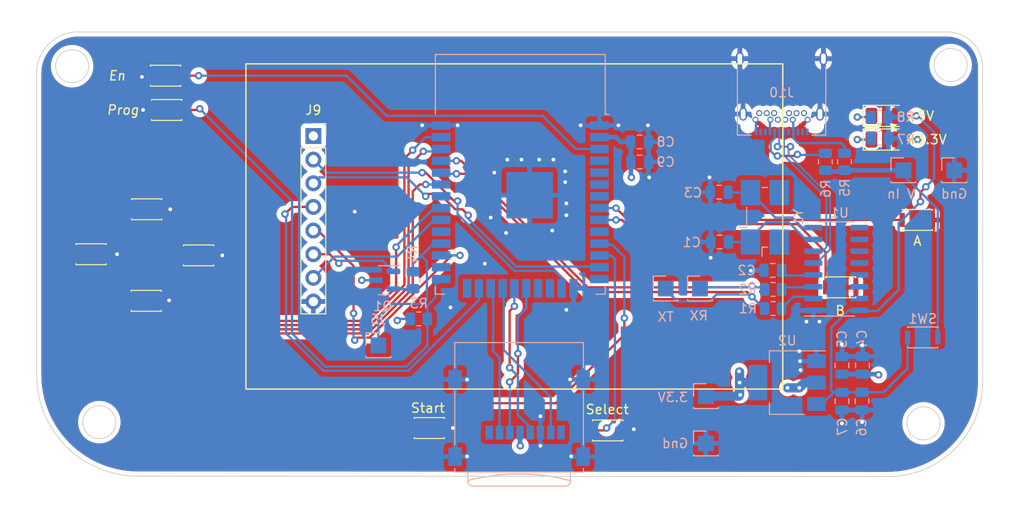
<source format=kicad_pcb>
(kicad_pcb (version 20211014) (generator pcbnew)
  (layers (0 "F.Cu" signal) (1 "In1.Cu" power "gnd") (2 "In2.Cu" power "3.3v") (31 "B.Cu" signal) (34 "B.Paste" user) (35 "F.Paste" user) (36 "B.SilkS" user "B.Silkscreen") (37 "F.SilkS" user "F.Silkscreen") (38 "B.Mask" user) (39 "F.Mask" user) (44 "Edge.Cuts" user))
  (net 0 "")
  (net 1 "Net-(C1-Pad1)")
  (net 2 "GND")
  (net 3 "Net-(C2-Pad1)")
  (net 4 "Net-(C3-Pad1)")
  (net 5 "+3V3")
  (net 6 "V_IN")
  (net 7 "USB_TX")
  (net 8 "USB_RX")
  (net 9 "DISP_BACKLIGHT")
  (net 11 "SD_MISO")
  (net 12 "SD_CLK")
  (net 13 "SD_CMD")
  (net 14 "SD_CS")
  (net 16 "DISP_MOSI")
  (net 17 "DISP_CLK")
  (net 18 "DISP_CS")
  (net 19 "DISP_RST")
  (net 20 "Net-(J9-Pad6)")
  (net 21 "DISP_CMD_DATA")
  (net 24 "Net-(J10-PadA4)")
  (net 25 "Net-(J10-PadA5)")
  (net 26 "USB+")
  (net 27 "USB-")
  (net 39 "Net-(Q1-Pad2)")
  (net 40 "Net-(R1-Pad1)")
  (net 41 "Net-(R2-Pad1)")
  (net 42 "ESP_PROG")
  (net 43 "SELECT_BUTTON")
  (net 44 "UP_BUTTON")
  (net 45 "B_BUTTON")
  (net 46 "LEFT_BUTTON")
  (net 47 "DOWN_BUTTON")
  (net 48 "RIGHT_BUTTON")
  (net 49 "START_BUTTON")
  (net 50 "ESP_EN")
  (net 51 "A_BUTTON")
  (net 59 "+5V")
  (net 64 "AUDIO_OUT")
  (net 72 "Net-(D1-Pad1)")
  (net 73 "Net-(D2-Pad1)")
  (footprint "Button_Switch_SMD:SW_SPST_CK_KXT3" (layer "F.Cu") (at 60.96 93.472 180)
    (fp_text reference "SW4" hide)
    (fp_text value "SW_Push")
  )
  (footprint "Button_Switch_SMD:SW_SPST_CK_KXT3" (layer "F.Cu") (at 141.579 105.283)
    (fp_text reference "SW11" hide)
    (fp_text value "SW_Push")
  )
  (footprint "Button_Switch_SMD:SW_SPST_CK_KXT3" (layer "F.Cu") (at 133.35 112.522)
    (fp_text reference "SW5" hide)
    (fp_text value "SW_Push")
  )
  (footprint "Button_Switch_SMD:SW_SPST_CK_KXT3" (layer "F.Cu") (at 64.389 109.093)
    (fp_text reference "SW8" hide)
    (fp_text value "SW_Push")
  )
  (footprint "Button_Switch_SMD:SW_SPST_CK_KXT3" (layer "F.Cu") (at 89.154 127.635)
    (fp_text reference "SW9" hide)
    (fp_text value "SW_Push")
  )
  (footprint "Button_Switch_SMD:SW_SPST_CK_KXT3" (layer "F.Cu") (at 108.331 127.889)
    (fp_text reference "SW2" hide)
    (fp_text value "SW_Push")
  )
  (footprint "Button_Switch_SMD:SW_SPST_CK_KXT3" (layer "F.Cu") (at 52.832 108.966)
    (fp_text reference "SW6" hide)
    (fp_text value "SW_Push")
  )
  (footprint "Button_Switch_SMD:SW_SPST_CK_KXT3" (layer "F.Cu") (at 58.754 113.97)
    (fp_text reference "SW7" hide)
    (fp_text value "SW_Push")
  )
  (footprint "LED_SMD:LED_1206_3216Metric" (layer "F.Cu") (at 138.046 94.107)
    (fp_text reference "D2" hide)
    (fp_text value "LED")
  )
  (footprint "Button_Switch_SMD:SW_SPST_CK_KXT3" (layer "F.Cu") (at 60.833 89.789 180)
    (fp_text reference "SW10" hide)
    (fp_text value "SW_Push")
  )
  (footprint "LED_SMD:LED_1206_3216Metric" (layer "F.Cu") (at 138.049 96.647)
    (fp_text reference "D1" hide)
    (fp_text value "LED")
  )
  (footprint "Connector_PinSocket_2.54mm:PinSocket_1x08_P2.54mm_Vertical" (layer "F.Cu") (at 76.708 96.266)
    (fp_text reference "J9")
    (fp_text value "Conn_01x08_Male")
  )
  (footprint "Button_Switch_SMD:SW_SPST_CK_KXT3" (layer "F.Cu") (at 58.804 104.14)
    (fp_text reference "SW3" hide)
    (fp_text value "SW_Push")
  )
  (footprint "Resistor_SMD:R_0805_2012Metric" (layer "B.Cu") (at 137.5175 94.234)
    (fp_text reference "R8")
    (fp_text value "R")
  )
  (footprint "Resistor_SMD:R_0805_2012Metric" (layer "B.Cu") (at 88.0385 115.911 180)
    (fp_text reference "R3")
    (fp_text value "R")
  )
  (footprint "Connector_PinSocket_2.54mm:PinSocket_1x01_P2.54mm_Vertical" (layer "B.Cu") (at 114.554 112.649 180)
    (fp_text reference "J3" hide)
    (fp_text value "TX_TP")
  )
  (footprint "Connector_PinSocket_2.54mm:PinSocket_1x01_P2.54mm_Vertical" (layer "B.Cu") (at 118.237 112.649 180)
    (fp_text reference "J4" hide)
    (fp_text value "RX_TP")
  )
  (footprint "Package_TO_SOT_SMD:SOT-223-3_TabPin2" (layer "B.Cu") (at 127.6 122.75 180)
    (fp_text reference "U2")
    (fp_text value "AMS1117-3.3")
  )
  (footprint "Resistor_SMD:R_0805_2012Metric" (layer "B.Cu") (at 131.699 99.0365 -90)
    (fp_text reference "R6")
    (fp_text value "0r")
  )
  (footprint "RF_Module:ESP32-WROOM-32" (layer "B.Cu") (at 98.933 103.378 180)
    (fp_text reference "U3" hide)
    (fp_text value "ESP32-WROOM-32")
  )
  (footprint "Capacitor_SMD:C_0805_2012Metric" (layer "B.Cu") (at 111.76 99.06)
    (fp_text reference "C9")
    (fp_text value "22pF")
  )
  (footprint "Crystal:Crystal_SMD_0603-4Pin_6.0x3.5mm_HandSoldering" (layer "B.Cu") (at 125.2 105 90)
    (fp_text reference "Y1")
    (fp_text value "12MHz")
  )
  (footprint "Capacitor_SMD:C_0805_2012Metric" (layer "B.Cu") (at 133.485714 120.9 90)
    (fp_text reference "C5")
    (fp_text value "22pF")
  )
  (footprint "Capacitor_SMD:C_0805_2012Metric" (layer "B.Cu") (at 133.485714 124.75 -90)
    (fp_text reference "C7")
    (fp_text value "22pF")
  )
  (footprint "Connector_PinSocket_2.54mm:PinSocket_1x01_P2.54mm_Vertical" (layer "B.Cu") (at 145.542 99.949 180)
    (fp_text reference "J7" hide)
    (fp_text value "GND_B_TP")
  )
  (footprint "Connector_Card:microSD_HC_Wuerth_693072010801" (layer "B.Cu") (at 98.806 126.5615)
    (fp_text reference "J8" hide)
    (fp_text value "Micro_SD_Card")
  )
  (footprint "Capacitor_SMD:C_0805_2012Metric" (layer "B.Cu") (at 111.755 96.901)
    (fp_text reference "C8")
    (fp_text value "22pF")
  )
  (footprint "Resistor_SMD:R_0805_2012Metric" (layer "B.Cu") (at 126.085714 112.75 180)
    (fp_text reference "R2")
    (fp_text value "0r")
  )
  (footprint "Resistor_SMD:R_0805_2012Metric" (layer "B.Cu") (at 133.749 99.024 -90)
    (fp_text reference "R5")
    (fp_text value "0r")
  )
  (footprint "Connector_PinSocket_2.54mm:PinSocket_1x01_P2.54mm_Vertical" (layer "B.Cu") (at 83.693 118.745 180)
    (fp_text reference "J5")
    (fp_text value "DISP_BL_TP")
  )
  (footprint "Resistor_SMD:R_0805_2012Metric" (layer "B.Cu") (at 126.085714 114.8 180)
    (fp_text reference "R1")
    (fp_text value "0r")
  )
  (footprint "Package_TO_SOT_SMD:SOT-23" (layer "B.Cu") (at 84.3635 111.761 180)
    (fp_text reference "Q1")
    (fp_text value "2N3904")
  )
  (footprint "Package_SO:SOIC-16_3.9x9.9mm_P1.27mm" (layer "B.Cu") (at 132.885714 110.55)
    (fp_text reference "U1")
    (fp_text value "CH340G")
  )
  (footprint "Connector_PinSocket_2.54mm:PinSocket_1x01_P2.54mm_Vertical" (layer "B.Cu") (at 140.081 99.949 180)
    (fp_text reference "J1" hide)
    (fp_text value "V_IN_TP")
  )
  (footprint "Button_Switch_SMD:SW_SPST_CK_KXT3" (layer "B.Cu") (at 142.15 117.9 180)
    (fp_text reference "SW1")
    (fp_text value "SW_SPST")
  )
  (footprint "Capacitor_SMD:C_0805_2012Metric" (layer "B.Cu") (at 120.35 107.65 180)
    (fp_text reference "C1")
    (fp_text value "22pF")
  )
  (footprint "Connector_PinSocket_2.54mm:PinSocket_1x01_P2.54mm_Vertical" (layer "B.Cu") (at 118.872 129.286 180)
    (fp_text reference "J6" hide)
    (fp_text value "GND_A_TP")
  )
  (footprint "Capacitor_SMD:C_0805_2012Metric" (layer "B.Cu") (at 120.3 102.3 180)
    (fp_text reference "C3")
    (fp_text value "22pF")
  )
  (footprint "Connector_USB:USB_C_Receptacle_Amphenol_12401548E4-2A" (layer "B.Cu") (at 127 90.805)
    (fp_text reference "J10")
    (fp_text value "USB_C_Receptacle")
  )
  (footprint "Capacitor_SMD:C_0805_2012Metric" (layer "B.Cu") (at 135.635714 124.735714 -90)
    (fp_text reference "C6")
    (fp_text value "22pF")
  )
  (footprint "Connector_PinSocket_2.54mm:PinSocket_1x01_P2.54mm_Vertical" (layer "B.Cu") (at 118.872 124.206 180)
    (fp_text reference "J2" hide)
    (fp_text value "3v3_TP")
  )
  (footprint "Capacitor_SMD:C_0805_2012Metric" (layer "B.Cu") (at 126.05 110.7 180)
    (fp_text reference "C2")
    (fp_text value "100nF")
  )
  (footprint "Resistor_SMD:R_0805_2012Metric" (layer "B.Cu") (at 137.5645 96.52)
    (fp_text reference "R7")
    (fp_text value "R")
  )
  (footprint "Capacitor_SMD:C_0805_2012Metric" (layer "B.Cu") (at 135.685714 120.9 90)
    (fp_text reference "C4")
    (fp_text value "22pF")
  )
  (footprint "Resistor_SMD:R_0805_2012Metric" (layer "B.Cu") (at 87.4135 111.761 90)
    (fp_text reference "R4")
    (fp_text value "R")
  )
  (gr_rect (start 69.469 88.519) (end 127.127 123.444) (layer "F.SilkS") (width 0.15) (fill none))
  (gr_line (start 148.59 122.682) (end 148.58812 89.0587) (layer "Edge.Cuts") (width 0.1))
  (gr_arc (start 46.99 89.535) (mid 48.29191 86.39191) (end 51.435 85.09) (layer "Edge.Cuts") (width 0.1))
  (gr_circle (center 142.24 127.127) (end 144.018 127.127) (layer "Edge.Cuts") (width 0.1) (fill none))
  (gr_line (start 138.43 132.842) (end 57.87 132.8) (layer "Edge.Cuts") (width 0.1))
  (gr_circle (center 145.161 88.646) (end 146.939 88.646) (layer "Edge.Cuts") (width 0.1) (fill none))
  (gr_arc (start 144.906309 85.09) (mid 147.574 86.307331) (end 148.58812 89.0587) (layer "Edge.Cuts") (width 0.1))
  (gr_circle (center 50.8 88.773) (end 52.578 88.773) (layer "Edge.Cuts") (width 0.1) (fill none))
  (gr_line (start 144.906309 85.09) (end 51.435 85.09) (layer "Edge.Cuts") (width 0.1))
  (gr_circle (center 53.721 127) (end 55.499 127) (layer "Edge.Cuts") (width 0.1) (fill none))
  (gr_line (start 46.99 121.92) (end 46.99 89.535) (layer "Edge.Cuts") (width 0.1))
  (gr_arc (start 57.87 132.8) (mid 50.176678 129.613322) (end 46.99 121.92) (layer "Edge.Cuts") (width 0.1))
  (gr_arc (start 148.59 122.682) (mid 145.614205 129.866205) (end 138.43 132.842) (layer "Edge.Cuts") (width 0.1))
  (segment (start 127.762 105.537) (end 129.6 107.375) (width 0.25) (layer "B.Cu") (net 1))
  (segment (start 121.3 107.65) (end 123.65 107.65) (width 0.25) (layer "B.Cu") (net 1))
  (segment (start 125.349 105.537) (end 127.762 105.537) (width 0.25) (layer "B.Cu") (net 1))
  (segment (start 123.65 107.236) (end 125.349 105.537) (width 0.25) (layer "B.Cu") (net 1))
  (segment (start 129.6 107.375) (end 130.410714 107.375) (width 0.25) (layer "B.Cu") (net 1))
  (segment (start 123.65 107.65) (end 123.65 107.236) (width 0.25) (layer "B.Cu") (net 1))
  (segment (start 109.956 127.889) (end 110.109 127.889) (width 0.25) (layer "F.Cu") (net 2))
  (segment (start 110.998 127.889) (end 111.125 127.762) (width 0.25) (layer "F.Cu") (net 2))
  (segment (start 59.208 89.916) (end 58.293 89.916) (width 0.25) (layer "F.Cu") (net 2))
  (segment (start 60.429 104.14) (end 61.341 104.14) (width 0.25) (layer "F.Cu") (net 2))
  (segment (start 60.379 113.97) (end 61.163 113.97) (width 0.25) (layer "F.Cu") (net 2))
  (segment (start 110.109 127.889) (end 110.998 127.889) (width 0.25) (layer "F.Cu") (net 2))
  (segment (start 66.014 109.093) (end 66.929 109.093) (width 0.25) (layer "F.Cu") (net 2))
  (segment (start 61.163 113.97) (end 61.214 113.919) (width 0.25) (layer "F.Cu") (net 2))
  (segment (start 59.208 93.472) (end 58.42 93.472) (width 0.25) (layer "F.Cu") (net 2))
  (segment (start 90.779 127.635) (end 91.694 127.635) (width 0.25) (layer "F.Cu") (net 2))
  (segment (start 54.457 108.966) (end 55.626 108.966) (width 0.25) (layer "F.Cu") (net 2))
  (via (at 103.759 101.219) (size 0.8) (drill 0.4) (layers "F.Cu" "B.Cu") (net 2))
  (via (at 128.978 120.45) (size 0.8) (drill 0.4) (layers "F.Cu" "B.Cu") (net 2))
  (via (at 103.886 104.775) (size 0.8) (drill 0.4) (layers "F.Cu" "B.Cu") (net 2))
  (via (at 128.905 119.38) (size 0.8) (drill 0.4) (layers "F.Cu" "B.Cu") (net 2))
  (via (at 97.409 106.68) (size 0.8) (drill 0.4) (layers "F.Cu" "B.Cu") (net 2))
  (via (at 119.253 100.711) (size 0.8) (drill 0.4) (layers "F.Cu" "B.Cu") (net 2))
  (via (at 101.092 129.54) (size 0.8) (drill 0.4) (layers "F.Cu" "B.Cu") (net 2))
  (via (at 104.394 130.683) (size 0.8) (drill 0.4) (layers "F.Cu" "B.Cu") (net 2))
  (via (at 129.032 121.412) (size 0.8) (drill 0.4) (layers "F.Cu" "B.Cu") (net 2))
  (via (at 97.536 98.806) (size 0.8) (drill 0.4) (layers "F.Cu" "B.Cu") (net 2))
  (via (at 103.886 103.505) (size 0.8) (drill 0.4) (layers "F.Cu" "B.Cu") (net 2))
  (via (at 100.965 98.806) (size 0.8) (drill 0.4) (layers "F.Cu" "B.Cu") (net 2))
  (via (at 129.667 116.205) (size 0.8) (drill 0.4) (layers "F.Cu" "B.Cu") (net 2))
  (via (at 103.886 114.935) (size 0.8) (drill 0.4) (layers "F.Cu" "B.Cu") (net 2))
  (via (at 101.092 126.365) (size 0.8) (drill 0.4) (layers "F.Cu" "B.Cu") (net 2))
  (via (at 91.694 127.635) (size 0.8) (drill 0.4) (layers "F.Cu" "B.Cu") (net 2))
  (via (at 66.929 109.093) (size 0.8) (drill 0.4) (layers "F.Cu" "B.Cu") (net 2))
  (via (at 93.218 130.683) (size 0.8) (drill 0.4) (layers "F.Cu" "B.Cu") (net 2))
  (via (at 99.06 98.806) (size 0.8) (drill 0.4) (layers "F.Cu" "B.Cu") (net 2))
  (via (at 61.214 113.919) (size 0.8) (drill 0.4) (layers "F.Cu" "B.Cu") (net 2))
  (via (at 96.139 100.203) (size 0.8) (drill 0.4) (layers "F.Cu" "B.Cu") (net 2))
  (via (at 91.44 114.681) (size 0.8) (drill 0.4) (layers "F.Cu" "B.Cu") (net 2))
  (via (at 88.392 95.123) (size 0.8) (drill 0.4) (layers "F.Cu" "B.Cu") (net 2))
  (via (at 133.477 127.127) (size 0.8) (drill 0.4) (layers "F.Cu" "B.Cu") (net 2))
  (via (at 135.636 127) (size 0.8) (drill 0.4) (layers "F.Cu" "B.Cu") (net 2))
  (via (at 102.489 98.806) (size 0.8) (drill 0.4) (layers "F.Cu" "B.Cu") (net 2))
  (via (at 81.153 104.394) (size 0.8) (drill 0.4) (layers "F.Cu" "B.Cu") (net 2))
  (via (at 119.38 109.347) (size 0.8) (drill 0.4) (layers "F.Cu" "B.Cu") (net 2))
  (via (at 58.42 93.472) (size 0.8) (drill 0.4) (layers "F.Cu" "B.Cu") (net 2))
  (via (at 103.759 100.076) (size 0.8) (drill 0.4) (layers "F.Cu" "B.Cu") (net 2))
  (via (at 112.649 95.123) (size 0.8) (drill 0.4) (layers "F.Cu" "B.Cu") (net 2))
  (via (at 92.202 95.123) (size 0.8) (drill 0.4) (layers "F.Cu" "B.Cu") (net 2))
  (via (at 95.123 109.982) (size 0.8) (drill 0.4) (layers "F.Cu" "B.Cu") (net 2))
  (via (at 133.477 127.127) (size 0.8) (drill 0.4) (layers "F.Cu" "B.Cu") (net 2))
  (via (at 55.626 108.966) (size 0.8) (drill 0.4) (layers "F.Cu" "B.Cu") (net 2))
  (via (at 95.758 105.029) (size 0.8) (drill 0.4) (layers "F.Cu" "B.Cu") (net 2))
  (via (at 133.485714 118.626714) (size 0.8) (drill 0.4) (layers "F.Cu" "B.Cu") (net 2))
  (via (at 61.341 104.14) (size 0.8) (drill 0.4) (layers "F.Cu" "B.Cu") (net 2))
  (via (at 104.2835 122.4115) (size 0.8) (drill 0.4) (layers "F.Cu" "B.Cu") (net 2))
  (via (at 93.218 122.428) (size 0.8) (drill 0.4) (layers "F.Cu" "B.Cu") (net 2))
  (via (at 109.474 95.123) (size 0.8) (drill 0.4) (layers "F.Cu" "B.Cu") (net 2))
  (via (at 131.064 116.205) (size 0.8) (drill 0.4) (layers "F.Cu" "B.Cu") (net 2))
  (via (at 111.125 127.762) (size 0.8) (drill 0.4) (layers "F.Cu" "B.Cu") (net 2))
  (via (at 105.41 95.123) (size 0.8) (drill 0.4) (layers "F.Cu" "B.Cu") (net 2))
  (via (at 102.362 106.426) (size 0.8) (drill 0.4) (layers "F.Cu" "B.Cu") (net 2))
  (via (at 123.698 110.744) (size 0.8) (drill 0.4) (layers "F.Cu" "B.Cu") (net 2))
  (via (at 112.776 100.711) (size 0.8) (drill 0.4) (layers "F.Cu" "B.Cu") (net 2))
  (via (at 135.636 118.745) (size 0.8) (drill 0.4) (layers "F.Cu" "B.Cu") (net 2))
  (via (at 58.293 89.916) (size 0.8) (drill 0.4) (layers "F.Cu" "B.Cu") (net 2))
  (segment (start 130.75 120.45) (end 128.978 120.45) (width 0.25) (layer "B.Cu") (net 2))
  (segment (start 101.106 129.526) (end 101.092 129.54) (width 0.25) (layer "B.Cu") (net 2))
  (segment (start 124.25 94.565) (end 124.2 94.515) (width 0.25) (layer "B.Cu") (net 2))
  (segment (start 135.685714 118.794714) (end 135.636 118.745) (width 0.25) (layer "B.Cu") (net 2))
  (segment (start 133.420714 120.015) (end 133.485714 119.95) (width 0.25) (layer "B.Cu") (net 2))
  (segment (start 104.648 114.173) (end 104.648 112.633) (width 0.25) (layer "B.Cu") (net 2))
  (segment (start 128.978 120.45) (end 128.978 119.453) (width 0.25) (layer "B.Cu") (net 2))
  (segment (start 104.4225 130.7115) (end 104.394 130.683) (width 0.25) (layer "B.Cu") (net 2))
  (segment (start 133.5 125.685714) (end 133.485714 125.7) (width 0.25) (layer "B.Cu") (net 2))
  (segment (start 93.1895 130.7115) (end 93.218 130.683) (width 0.25) (layer "B.Cu") (net 2))
  (segment (start 130.75 120.45) (end 131.185 120.015) (width 0.25) (layer "B.Cu") (net 2))
  (segment (start 128.978 121.358) (end 129.032 121.412) (width 0.25) (layer "B.Cu") (net 2))
  (segment (start 128.905 120.523) (end 128.978 120.45) (width 0.25) (layer "B.Cu") (net 2))
  (segment (start 103.886 114.935) (end 104.648 114.173) (width 0.25) (layer "B.Cu") (net 2))
  (segment (start 104.267 122.428) (end 104.2835 122.4115) (width 0.25) (layer "B.Cu") (net 2))
  (segment (start 124.25 95.825) (end 124.25 94.565) (width 0.25) (layer "B.Cu") (net 2))
  (segment (start 128.978 120.45) (end 128.978 121.358) (width 0.25) (layer "B.Cu") (net 2))
  (segment (start 133.485714 127.118286) (end 133.477 127.127) (width 0.25) (layer "B.Cu") (net 2))
  (segment (start 133.477 118.618) (end 133.485714 118.626714) (width 0.25) (layer "B.Cu") (net 2))
  (segment (start 135.635714 126.999714) (end 135.636 127) (width 0.25) (layer "B.Cu") (net 2))
  (segment (start 93.2015 122.4115) (end 93.218 122.428) (width 0.25) (layer "B.Cu") (net 2))
  (segment (start 123.742 110.7) (end 123.698 110.744) (width 0.25) (layer "B.Cu") (net 2))
  (segment (start 135.635714 125.685714) (end 133.5 125.685714) (width 0.25) (layer "B.Cu") (net 2))
  (segment (start 128.978 119.453) (end 128.905 119.38) (width 0.25) (layer "B.Cu") (net 2))
  (segment (start 125.1 110.7) (end 123.742 110.7) (width 0.25) (layer "B.Cu") (net 2))
  (segment (start 135.685714 119.95) (end 133.485714 119.95) (width 0.25) (layer "B.Cu") (net 2))
  (segment (start 127 110.7) (end 127.552 111.252) (width 0.25) (layer "B.Cu") (net 3))
  (segment (start 127.552 111.252) (end 130.343714 111.252) (width 0.25) (layer "B.Cu") (net 3))
  (segment (start 130.343714 111.252) (end 130.410714 111.185) (width 0.25) (layer "B.Cu") (net 3))
  (segment (start 121.3 102.35) (end 123.65 102.35) (width 0.25) (layer "B.Cu") (net 4))
  (segment (start 126.329 105.029) (end 128.143 105.029) (width 0.25) (layer "B.Cu") (net 4))
  (segment (start 129.219 106.105) (end 130.410714 106.105) (width 0.25) (layer "B.Cu") (net 4))
  (segment (start 123.65 102.35) (end 126.329 105.029) (width 0.25) (layer "B.Cu") (net 4))
  (segment (start 128.143 105.029) (end 129.219 106.105) (width 0.25) (layer "B.Cu") (net 4))
  (segment (start 139.449 96.647) (end 141.605 96.647) (width 0.25) (layer "F.Cu") (net 5))
  (via (at 85.725 116.078) (size 0.8) (drill 0.4) (layers "F.Cu" "B.Cu") (net 5))
  (via (at 98.933 129.54) (size 0.8) (drill 0.4) (layers "F.Cu" "B.Cu") (net 5))
  (via (at 81.915 111.76) (size 0.8) (drill 0.4) (layers "F.Cu" "B.Cu") (net 5))
  (via (at 122.487 122.75) (size 0.8) (drill 0.4) (layers "F.Cu" "B.Cu") (net 5))
  (via (at 137.414 121.92) (size 0.8) (drill 0.4) (layers "F.Cu" "B.Cu") (net 5))
  (via (at 122.555 124.079) (size 0.8) (drill 0.4) (layers "F.Cu" "B.Cu") (net 5))
  (via (at 127.635 123.317) (size 0.8) (drill 0.4) (layers "F.Cu" "B.Cu") (net 5))
  (via (at 141.605 96.647) (size 0.8) (drill 0.4) (layers "F.Cu" "B.Cu") (net 5))
  (via (at 122.428 121.539) (size 0.8) (drill 0.4) (layers "F.Cu" "B.Cu") (net 5))
  (via (at 110.871 100.711) (size 0.8) (drill 0.4) (layers "F.Cu" "B.Cu") (net 5))
  (via (at 128.905 123.317) (size 0.8) (drill 0.4) (layers "F.Cu" "B.Cu") (net 5))
  (segment (start 110.805 99.055) (end 110.81 99.06) (width 0.25) (layer "B.Cu") (net 5))
  (segment (start 98.933 129.54) (end 98.906 129.513) (width 0.5) (layer "B.Cu") (net 5))
  (segment (start 98.906 128.3115) (end 98.806 128.2115) (width 0.5) (layer "B.Cu") (net 5))
  (segment (start 85.892 115.911) (end 85.725 116.078) (width 0.25) (layer "B.Cu") (net 5))
  (segment (start 118.872 124.206) (end 122.428 124.206) (width 1) (layer "B.Cu") (net 5))
  (segment (start 83.426 111.761) (end 81.916 111.761) (width 0.25) (layer "B.Cu") (net 5))
  (segment (start 135.685714 121.85) (end 137.344 121.85) (width 0.5) (layer "B.Cu") (net 5))
  (segment (start 81.916 111.761) (end 81.915 111.76) (width 0.25) (layer "B.Cu") (net 5))
  (segment (start 128.905 123.317) (end 127.635 123.317) (width 1) (layer "B.Cu") (net 5))
  (segment (start 133.485714 121.85) (end 135.685714 121.85) (width 0.5) (layer "B.Cu") (net 5))
  (segment (start 122.487 124.011) (end 122.555 124.079) (width 0.25) (layer "B.Cu") (net 5))
  (segment (start 98.806 128.2115) (end 98.906 128.1115) (width 0.25) (layer "B.Cu") (net 5))
  (segment (start 110.805 96.901) (end 110.805 99.055) (width 0.5) (layer "B.Cu") (net 5))
  (segment (start 130.75 122.75) (end 129.472 122.75) (width 1) (layer "B.Cu") (net 5))
  (segment (start 98.906 129.513) (end 98.906 128.3115) (width 0.5) (layer "B.Cu") (net 5))
  (segment (start 122.487 122.75) (end 122.487 121.598) (width 1) (layer "B.Cu") (net 5))
  (segment (start 107.433 96.393) (end 109.22 96.393) (width 0.5) (layer "B.Cu") (net 5))
  (segment (start 122.487 121.598) (end 122.428 121.539) (width 0.25) (layer "B.Cu") (net 5))
  (segment (start 110.81 99.06) (end 110.81 100.65) (width 0.5) (layer "B.Cu") (net 5))
  (segment (start 87.126 115.911) (end 85.892 115.911) (width 0.25) (layer "B.Cu") (net 5))
  (segment (start 129.472 122.75) (end 128.905 123.317) (width 1) (layer "B.Cu") (net 5))
  (segment (start 124.45 122.75) (end 122.487 122.75) (width 1) (layer "B.Cu") (net 5))
  (segment (start 122.428 124.206) (end 122.555 124.079) (width 0.25) (layer "B.Cu") (net 5))
  (segment (start 122.487 122.75) (end 122.487 124.011) (width 1) (layer "B.Cu") (net 5))
  (segment (start 109.728 96.901) (end 110.805 96.901) (width 0.5) (layer "B.Cu") (net 5))
  (segment (start 122.428 122.809) (end 122.487 122.75) (width 0.25) (layer "B.Cu") (net 5))
  (segment (start 137.344 121.85) (end 137.414 121.92) (width 0.25) (layer "B.Cu") (net 5))
  (segment (start 110.81 100.65) (end 110.871 100.711) (width 0.25) (layer "B.Cu") (net 5))
  (segment (start 109.22 96.393) (end 109.728 96.901) (width 0.5) (layer "B.Cu") (net 5))
  (segment (start 131.699 99.949) (end 131.699 100.076) (width 0.25) (layer "B.Cu") (net 6))
  (segment (start 140.081 99.949) (end 140.081 100.457) (width 0.25) (layer "B.Cu") (net 6))
  (segment (start 143.775 104.151) (end 143.775 117.9) (width 0.25) (layer "B.Cu") (net 6))
  (segment (start 133.7615 99.949) (end 139.192 99.949) (width 0.5) (layer "B.Cu") (net 6))
  (segment (start 133.749 99.9365) (end 133.7615 99.949) (width 0.25) (layer "B.Cu") (net 6))
  (segment (start 131.699 100.076) (end 133.6095 100.076) (width 0.5) (layer "B.Cu") (net 6))
  (segment (start 140.081 100.457) (end 143.775 104.151) (width 0.25) (layer "B.Cu") (net 6))
  (segment (start 133.6095 100.076) (end 133.749 99.9365) (width 0.25) (layer "B.Cu") (net 6))
  (segment (start 123.317 113.03) (end 106.044282 113.03) (width 0.25) (layer "F.Cu") (net 7))
  (segment (start 123.825 113.538) (end 123.317 113.03) (width 0.25) (layer "F.Cu") (net 7))
  (segment (start 106.044282 113.03) (end 93.344282 100.33) (width 0.25) (layer "F.Cu") (net 7))
  (segment (start 93.344282 100.33) (end 92.075 100.33) (width 0.25) (layer "F.Cu") (net 7))
  (via (at 123.825 113.538) (size 0.8) (drill 0.4) (layers "F.Cu" "B.Cu") (net 7))
  (via (at 92.075 100.33) (size 0.8) (drill 0.4) (layers "F.Cu" "B.Cu") (net 7))
  (via (at 92.075 100.33) (size 0.8) (drill 0.4) (layers "F.Cu" "B.Cu") (net 7))
  (segment (start 123.825 113.538) (end 123.571 113.284) (width 0.25) (layer "B.Cu") (net 7))
  (segment (start 123.825 113.538) (end 125.087 114.8) (width 0.25) (layer "B.Cu") (net 7))
  (segment (start 91.389022 100.33) (end 91.262022 100.203) (width 0.25) (layer "B.Cu") (net 7))
  (segment (start 123.571 113.284) (end 120.015 113.284) (width 0.25) (layer "B.Cu") (net 7))
  (segment (start 120.015 113.284) (end 119.253 114.046) (width 0.25) (layer "B.Cu") (net 7))
  (segment (start 119.253 114.046) (end 115.824 114.046) (width 0.25) (layer "B.Cu") (net 7))
  (segment (start 92.075 100.33) (end 91.389022 100.33) (width 0.25) (layer "B.Cu") (net 7))
  (segment (start 114.554 112.776) (end 114.554 112.649) (width 0.25) (layer "B.Cu") (net 7))
  (segment (start 115.824 114.046) (end 114.554 112.776) (width 0.25) (layer "B.Cu") (net 7))
  (segment (start 91.262022 100.203) (end 90.433 100.203) (width 0.25) (layer "B.Cu") (net 7))
  (segment (start 125.087 114.8) (end 125.173214 114.8) (width 0.25) (layer "B.Cu") (net 7))
  (segment (start 123.825 112.395) (end 123.698 112.522) (width 0.25) (layer "F.Cu") (net 8))
  (segment (start 106.172 112.522) (end 92.583 98.933) (width 0.25) (layer "F.Cu") (net 8))
  (segment (start 123.698 112.522) (end 106.172 112.522) (width 0.25) (layer "F.Cu") (net 8))
  (segment (start 92.583 98.933) (end 92.075 98.933) (width 0.25) (layer "F.Cu") (net 8))
  (via (at 123.825 112.395) (size 0.8) (drill 0.4) (layers "F.Cu" "B.Cu") (net 8))
  (via (at 92.075 98.933) (size 0.8) (drill 0.4) (layers "F.Cu" "B.Cu") (net 8))
  (segment (start 124.945214 112.522) (end 125.173214 112.75) (width 0.25) (layer "B.Cu") (net 8))
  (segment (start 117.602 112.522) (end 117.475 112.649) (width 0.25) (layer "B.Cu") (net 8))
  (segment (start 92.075 98.933) (end 90.433 98.933) (width 0.25) (layer "B.Cu") (net 8))
  (segment (start 123.952 112.522) (end 124.945214 112.522) (width 0.25) (layer "B.Cu") (net 8))
  (segment (start 123.825 112.395) (end 123.698 112.522) (width 0.25) (layer "B.Cu") (net 8))
  (segment (start 123.698 112.522) (end 117.602 112.522) (width 0.25) (layer "B.Cu") (net 8))
  (segment (start 123.825 112.395) (end 123.952 112.522) (width 0.25) (layer "B.Cu") (net 8))
  (segment (start 88.9 113.792) (end 88.9 109.728) (width 0.25) (layer "B.Cu") (net 9))
  (segment (start 85.217 114.3) (end 88.392 114.3) (width 0.25) (layer "B.Cu") (net 9))
  (segment (start 87.4135 110.013478) (end 88.299489 109.127489) (width 0.25) (layer "B.Cu") (net 9))
  (segment (start 89.603978 107.823) (end 90.433 107.823) (width 0.25) (layer "B.Cu") (net 9))
  (segment (start 83.693 115.824) (end 85.217 114.3) (width 0.25) (layer "B.Cu") (net 9))
  (segment (start 87.4135 110.8485) (end 87.4135 110.013478) (width 0.25) (layer "B.Cu") (net 9))
  (segment (start 88.392 114.3) (end 88.9 113.792) (width 0.25) (layer "B.Cu") (net 9))
  (segment (start 88.299489 109.127489) (end 89.603978 107.823) (width 0.25) (layer "B.Cu") (net 9))
  (segment (start 88.9 109.728) (end 88.299489 109.127489) (width 0.25) (layer "B.Cu") (net 9))
  (segment (start 83.693 118.745) (end 83.693 115.824) (width 0.25) (layer "B.Cu") (net 9))
  (segment (start 97.155 119.253) (end 97.155 112.76) (width 0.25) (layer "B.Cu") (net 11))
  (segment (start 97.155 112.76) (end 97.028 112.633) (width 0.25) (layer "B.Cu") (net 11))
  (segment (start 102.206 124.304) (end 97.155 119.253) (width 0.25) (layer "B.Cu") (net 11))
  (segment (start 102.206 128.1115) (end 102.206 124.304) (width 0.25) (layer "B.Cu") (net 11))
  (segment (start 97.79 115.062) (end 98.298 114.554) (width 0.25) (layer "F.Cu") (net 12))
  (segment (start 97.79 121.158) (end 97.79 115.062) (width 0.25) (layer "F.Cu") (net 12))
  (via (at 97.79 121.158) (size 0.8) (drill 0.4) (layers "F.Cu" "B.Cu") (net 12))
  (via (at 98.298 114.554) (size 0.8) (drill 0.4) (layers "F.Cu" "B.Cu") (net 12))
  (segment (start 100.006 128.1115) (end 100.006 127.565) (width 0.25) (layer "B.Cu") (net 12))
  (segment (start 98.679 126.238) (end 98.679 122.047) (width 0.25) (layer "B.Cu") (net 12))
  (segment (start 98.298 114.554) (end 98.298 112.633) (width 0.25) (layer "B.Cu") (net 12))
  (segment (start 98.679 122.047) (end 97.79 121.158) (width 0.25) (layer "B.Cu") (net 12))
  (segment (start 100.006 127.565) (end 98.679 126.238) (width 0.25) (layer "B.Cu") (net 12))
  (segment (start 97.79 122.682) (end 98.679 121.793) (width 0.25) (layer "F.Cu") (net 13))
  (segment (start 98.679 121.793) (end 98.679 119.634) (width 0.25) (layer "F.Cu") (net 13))
  (via (at 98.679 119.634) (size 0.8) (drill 0.4) (layers "F.Cu" "B.Cu") (net 13))
  (via (at 97.79 122.682) (size 0.8) (drill 0.4) (layers "F.Cu" "B.Cu") (net 13))
  (segment (start 98.679 119.634) (end 98.679 115.697) (width 0.25) (layer "B.Cu") (net 13))
  (segment (start 97.806 122.698) (end 97.806 128.1115) (width 0.25) (layer "B.Cu") (net 13))
  (segment (start 97.79 122.682) (end 97.806 122.698) (width 0.25) (layer "B.Cu") (net 13))
  (segment (start 99.568 114.808) (end 99.568 112.633) (width 0.25) (layer "B.Cu") (net 13))
  (segment (start 98.679 115.697) (end 99.568 114.808) (width 0.25) (layer "B.Cu") (net 13))
  (segment (start 96.012 119.38) (end 96.012 112.887) (width 0.25) (layer "B.Cu") (net 14))
  (segment (start 96.012 112.887) (end 95.758 112.633) (width 0.25) (layer "B.Cu") (net 14))
  (segment (start 96.706 120.074) (end 96.012 119.38) (width 0.25) (layer "B.Cu") (net 14))
  (segment (start 96.706 128.1115) (end 96.706 120.074) (width 0.25) (layer "B.Cu") (net 14))
  (segment (start 88.773 100.203) (end 88.392 100.203) (width 0.25) (layer "F.Cu") (net 16))
  (segment (start 92.202 103.251) (end 91.821 103.251) (width 0.25) (layer "F.Cu") (net 16))
  (segment (start 91.821 103.251) (end 88.773 100.203) (width 0.25) (layer "F.Cu") (net 16))
  (via (at 92.202 103.251) (size 0.8) (drill 0.4) (layers "F.Cu" "B.Cu") (net 16))
  (via (at 88.392 100.203) (size 0.8) (drill 0.4) (layers "F.Cu" "B.Cu") (net 16))
  (segment (start 92.202 104.656614) (end 92.202 103.251) (width 0.25) (layer "B.Cu") (net 16))
  (segment (start 88.392 100.203) (end 78.105 100.203) (width 0.25) (layer "B.Cu") (net 16))
  (segment (start 93.044897 105.499511) (end 92.202 104.656614) (width 0.25) (layer "B.Cu") (net 16))
  (segment (start 103.378 111.506) (end 102.616 110.744) (width 0.25) (layer "B.Cu") (net 16))
  (segment (start 93.053511 105.499511) (end 93.044897 105.499511) (width 0.25) (layer "B.Cu") (net 16))
  (segment (start 103.378 112.633) (end 103.378 111.506) (width 0.25) (layer "B.Cu") (net 16))
  (segment (start 78.105 100.203) (end 76.708 98.806) (width 0.25) (layer "B.Cu") (net 16))
  (segment (start 102.616 110.744) (end 98.298 110.744) (width 0.25) (layer "B.Cu") (net 16))
  (segment (start 98.298 110.744) (end 93.053511 105.499511) (width 0.25) (layer "B.Cu") (net 16))
  (segment (start 92.71 104.14) (end 93.345 104.775) (width 0.25) (layer "F.Cu") (net 17))
  (segment (start 89.027 102.489) (end 90.297 102.489) (width 0.25) (layer "F.Cu") (net 17))
  (segment (start 90.297 102.489) (end 91.948 104.14) (width 0.25) (layer "F.Cu") (net 17))
  (segment (start 91.948 104.14) (end 92.71 104.14) (width 0.25) (layer "F.Cu") (net 17))
  (segment (start 88.773 102.743) (end 89.027 102.489) (width 0.25) (layer "F.Cu") (net 17))
  (via (at 93.345 104.775) (size 0.8) (drill 0.4) (layers "F.Cu" "B.Cu") (net 17))
  (via (at 88.773 102.743) (size 0.8) (drill 0.4) (layers "F.Cu" "B.Cu") (net 17))
  (via (at 88.773 102.743) (size 0.8) (drill 0.4) (layers "F.Cu" "B.Cu") (net 17))
  (segment (start 77.343 100.711) (end 76.708 101.346) (width 0.25) (layer "B.Cu") (net 17))
  (segment (start 107.36448 110.29448) (end 107.433 110.363) (width 0.25) (layer "B.Cu") (net 17))
  (segment (start 98.484198 110.29448) (end 107.36448 110.29448) (width 0.25) (layer "B.Cu") (net 17))
  (segment (start 93.345 104.775) (end 93.345 105.155282) (width 0.25) (layer "B.Cu") (net 17))
  (segment (start 93.345 105.155282) (end 98.484198 110.29448) (width 0.25) (layer "B.Cu") (net 17))
  (segment (start 88.773 102.743) (end 86.741 100.711) (width 0.25) (layer "B.Cu") (net 17))
  (segment (start 86.741 100.711) (end 77.343 100.711) (width 0.25) (layer "B.Cu") (net 17))
  (segment (start 74.422 103.886) (end 76.708 103.886) (width 0.25) (layer "F.Cu") (net 18))
  (segment (start 73.66 104.648) (end 74.422 103.886) (width 0.25) (layer "F.Cu") (net 18))
  (via (at 73.66 104.648) (size 0.8) (drill 0.4) (layers "F.Cu" "B.Cu") (net 18))
  (segment (start 73.787 117.475718) (end 77.791802 121.48052) (width 0.25) (layer "B.Cu") (net 18))
  (segment (start 73.787 104.775) (end 73.787 117.475718) (width 0.25) (layer "B.Cu") (net 18))
  (segment (start 77.791802 121.48052) (end 86.89048 121.48052) (width 0.25) (layer "B.Cu") (net 18))
  (segment (start 86.89048 121.48052) (end 94.488 113.883) (width 0.25) (layer "B.Cu") (net 18))
  (segment (start 94.488 113.883) (end 94.488 112.633) (width 0.25) (layer "B.Cu") (net 18))
  (segment (start 73.66 104.648) (end 73.787 104.775) (width 0.25) (layer "B.Cu") (net 18))
  (segment (start 81.153 118.1995) (end 81.42798 117.92452) (width 0.25) (layer "F.Cu") (net 19))
  (segment (start 81.026 115.316) (end 81.026 110.236) (width 0.25) (layer "F.Cu") (net 19))
  (segment (start 77.216 106.426) (end 76.708 106.426) (width 0.25) (layer "F.Cu") (net 19))
  (segment (start 81.026 110.236) (end 77.216 106.426) (width 0.25) (layer "F.Cu") (net 19))
  (segment (start 81.42798 117.92452) (end 82.736197 117.92452) (width 0.25) (layer "F.Cu") (net 19))
  (segment (start 82.736197 117.92452) (end 91.567718 109.093) (width 0.25) (layer "F.Cu") (net 19))
  (segment (start 91.567718 109.093) (end 92.456 109.093) (width 0.25) (layer "F.Cu") (net 19))
  (via (at 81.153 118.1995) (size 0.8) (drill 0.4) (layers "F.Cu" "B.Cu") (net 19))
  (via (at 92.456 109.093) (size 0.8) (drill 0.4) (layers "F.Cu" "B.Cu") (net 19))
  (via (at 81.026 115.316) (size 0.8) (drill 0.4) (layers "F.Cu" "B.Cu") (net 19))
  (segment (start 81.153 118.1995) (end 81.026 118.0725) (width 0.25) (layer "B.Cu") (net 19))
  (segment (start 81.026 118.0725) (end 81.026 115.316) (width 0.25) (layer "B.Cu") (net 19))
  (segment (start 92.456 109.093) (end 90.433 109.093) (width 0.25) (layer "B.Cu") (net 19))
  (segment (start 79.442799 109.9445) (end 78.464299 108.966) (width 0.25) (layer "F.Cu") (net 20))
  (segment (start 78.464299 108.966) (end 76.708 108.966) (width 0.25) (layer "F.Cu") (net 20))
  (via (at 79.442799 109.9445) (size 0.8) (drill 0.4) (layers "F.Cu" "B.Cu") (net 20))
  (segment (start 79.442799 109.9445) (end 79.717779 109.66952) (width 0.25) (layer "B.Cu") (net 20))
  (segment (start 79.717779 109.66952) (end 84.15952 109.66952) (width 0.25) (layer "B.Cu") (net 20))
  (segment (start 84.15952 109.66952) (end 85.301 110.811) (width 0.25) (layer "B.Cu") (net 20))
  (segment (start 78.994 109.22) (end 85.725 109.22) (width 0.25) (layer "B.Cu") (net 21))
  (segment (start 89.662 105.283) (end 90.433 105.283) (width 0.25) (layer "B.Cu") (net 21))
  (segment (start 85.725 109.22) (end 89.662 105.283) (width 0.25) (layer "B.Cu") (net 21))
  (segment (start 76.708 111.506) (end 78.994 109.22) (width 0.25) (layer "B.Cu") (net 21))
  (segment (start 128.25 96.5) (end 128.778 97.028) (width 0.25) (layer "B.Cu") (net 24))
  (segment (start 128.25 94.565) (end 128.2 94.515) (width 0.25) (layer "B.Cu") (net 24))
  (segment (start 133.749 97.373) (end 133.749 98.1115) (width 0.25) (layer "B.Cu") (net 24))
  (segment (start 128.25 95.825) (end 128.25 96.5) (width 0.25) (layer "B.Cu") (net 24))
  (segment (start 128.778 97.028) (end 133.404 97.028) (width 0.25) (layer "B.Cu") (net 24))
  (segment (start 128.25 95.825) (end 128.25 94.565) (width 0.25) (layer "B.Cu") (net 24))
  (segment (start 125.75 94.565) (end 125.8 94.515) (width 0.25) (layer "B.Cu") (net 24))
  (segment (start 133.404 97.028) (end 133.749 97.373) (width 0.25) (layer "B.Cu") (net 24))
  (segment (start 125.75 95.825) (end 125.75 94.565) (width 0.25) (layer "B.Cu") (net 24))
  (segment (start 128.701122 98.247878) (end 128.540497 98.408503) (width 0.25) (layer "F.Cu") (net 25))
  (segment (start 128.540497 98.408503) (end 126.5505 98.408503) (width 0.25) (layer "F.Cu") (net 25))
  (via (at 128.701122 98.247878) (size 0.8) (drill 0.4) (layers "F.Cu" "B.Cu") (net 25))
  (via (at 126.5505 98.408503) (size 0.8) (drill 0.4) (layers "F.Cu" "B.Cu") (net 25))
  (segment (start 125.825989 96.932011) (end 126.25 96.508) (width 0.25) (layer "B.Cu") (net 25))
  (segment (start 125.825989 97.885989) (end 125.825989 96.932011) (width 0.25) (layer "B.Cu") (net 25))
  (segment (start 126.25 96.508) (end 126.25 95.825) (width 0.25) (layer "B.Cu") (net 25))
  (segment (start 128.701122 98.247878) (end 128.751244 98.298) (width 0.25) (layer "B.Cu") (net 25))
  (segment (start 126.348503 98.408503) (end 125.825989 97.885989) (width 0.25) (layer "B.Cu") (net 25))
  (segment (start 126.5505 98.408503) (end 126.348503 98.408503) (width 0.25) (layer "B.Cu") (net 25))
  (segment (start 131.525 98.298) (end 131.699 98.124) (width 0.25) (layer "B.Cu") (net 25))
  (segment (start 128.751244 98.298) (end 131.525 98.298) (width 0.25) (layer "B.Cu") (net 25))
  (segment (start 126.5505 97.409) (end 127.9495 97.409) (width 0.2) (layer "F.Cu") (net 26))
  (via (at 126.5505 97.409) (size 0.8) (drill 0.4) (layers "F.Cu" "B.Cu") (net 26))
  (via (at 127.9495 97.409) (size 0.8) (drill 0.4) (layers "F.Cu" "B.Cu") (net 26))
  (segment (start 132.207 108.459431) (end 130.751431 109.915) (width 0.2) (layer "B.Cu") (net 26))
  (segment (start 126.5505 97.409) (end 126.75 97.2095) (width 0.2) (layer "B.Cu") (net 26))
  (segment (start 127.9495 97.409) (end 127.762 97.5965) (width 0.2) (layer "B.Cu") (net 26))
  (segment (start 127.762 97.5965) (end 127.762 98.298) (width 0.2) (layer "B.Cu") (net 26))
  (segment (start 127.762 98.298) (end 132.207 102.743) (width 0.2) (layer "B.Cu") (net 26))
  (segment (start 132.207 102.743) (end 132.207 108.459431) (width 0.2) (layer "B.Cu") (net 26))
  (segment (start 130.751431 109.915) (end 130.410714 109.915) (width 0.2) (layer "B.Cu") (net 26))
  (segment (start 126.75 97.2095) (end 126.75 95.825) (width 0.2) (layer "B.Cu") (net 26))
  (segment (start 131.80748 108.22252) (end 131.80748 102.908486) (width 0.2) (layer "B.Cu") (net 27))
  (segment (start 131.80748 102.908486) (end 127.25 98.351006) (width 0.2) (layer "B.Cu") (net 27))
  (segment (start 127.25 98.351006) (end 127.25 95.825) (width 0.2) (layer "B.Cu") (net 27))
  (segment (start 130.410714 108.645) (end 131.385 108.645) (width 0.2) (layer "B.Cu") (net 27))
  (segment (start 131.385 108.645) (end 131.80748 108.22252) (width 0.2) (layer "B.Cu") (net 27))
  (segment (start 85.301 112.711) (end 87.376 112.711) (width 0.25) (layer "B.Cu") (net 39))
  (segment (start 87.376 112.711) (end 87.4135 112.6735) (width 0.25) (layer "B.Cu") (net 39))
  (segment (start 128.260214 113.538) (end 130.223714 113.538) (width 0.25) (layer "B.Cu") (net 40))
  (segment (start 126.998214 114.8) (end 128.260214 113.538) (width 0.25) (layer "B.Cu") (net 40))
  (segment (start 130.223714 113.538) (end 130.410714 113.725) (width 0.25) (layer "B.Cu") (net 40))
  (segment (start 126.998214 112.75) (end 127.226214 112.522) (width 0.25) (layer "B.Cu") (net 41))
  (segment (start 127.226214 112.522) (end 130.343714 112.522) (width 0.25) (layer "B.Cu") (net 41))
  (segment (start 130.343714 112.522) (end 130.410714 112.455) (width 0.25) (layer "B.Cu") (net 41))
  (segment (start 62.585 93.472) (end 64.389 93.472) (width 0.25) (layer "F.Cu") (net 42))
  (segment (start 64.389 93.472) (end 64.516 93.345) (width 0.25) (layer "F.Cu") (net 42))
  (via (at 64.516 93.345) (size 0.8) (drill 0.4) (layers "F.Cu" "B.Cu") (net 42))
  (segment (start 86.704282 121.031) (end 88.951 118.784282) (width 0.25) (layer "B.Cu") (net 42))
  (segment (start 89.789 113.665) (end 89.789 112.277) (width 0.25) (layer "B.Cu") (net 42))
  (segment (start 89.789 112.277) (end 90.433 111.633) (width 0.25) (layer "B.Cu") (net 42))
  (segment (start 64.516 93.345) (end 74.422 103.251) (width 0.25) (layer "B.Cu") (net 42))
  (segment (start 88.951 115.911) (end 88.951 114.503) (width 0.25) (layer "B.Cu") (net 42))
  (segment (start 88.951 118.784282) (end 88.951 115.911) (width 0.25) (layer "B.Cu") (net 42))
  (segment (start 74.422 103.251) (end 74.422 117.475) (width 0.25) (layer "B.Cu") (net 42))
  (segment (start 88.951 114.503) (end 89.789 113.665) (width 0.25) (layer "B.Cu") (net 42))
  (segment (start 77.978 121.031) (end 86.704282 121.031) (width 0.25) (layer "B.Cu") (net 42))
  (segment (start 74.422 117.475) (end 77.978 121.031) (width 0.25) (layer "B.Cu") (net 42))
  (segment (start 106.706 127.889) (end 107.95 127.889) (width 0.25) (layer "F.Cu") (net 43))
  (segment (start 107.95 127.889) (end 108.204 127.635) (width 0.25) (layer "F.Cu") (net 43))
  (via (at 108.204 127.635) (size 0.8) (drill 0.4) (layers "F.Cu" "B.Cu") (net 43))
  (segment (start 108.683 109.093) (end 107.433 109.093) (width 0.25) (layer "B.Cu") (net 43))
  (segment (start 108.204 127.635) (end 109.093 126.746) (width 0.25) (layer "B.Cu") (net 43))
  (segment (start 109.093 109.503) (end 108.683 109.093) (width 0.25) (layer "B.Cu") (net 43))
  (segment (start 109.093 126.746) (end 109.093 109.503) (width 0.25) (layer "B.Cu") (net 43))
  (segment (start 62.865 106.934) (end 59.973 106.934) (width 0.25) (layer "F.Cu") (net 44))
  (segment (start 85.598 112.519846) (end 81.991406 116.12644) (width 0.25) (layer "F.Cu") (net 44))
  (segment (start 81.991406 116.12644) (end 67.867876 116.12644) (width 0.25) (layer "F.Cu") (net 44))
  (segment (start 85.598 108.204) (end 85.598 112.519846) (width 0.25) (layer "F.Cu") (net 44))
  (segment (start 67.867876 116.12644) (end 63.754 112.012564) (width 0.25) (layer "F.Cu") (net 44))
  (segment (start 63.754 107.823) (end 62.865 106.934) (width 0.25) (layer "F.Cu") (net 44))
  (segment (start 59.973 106.934) (end 57.179 104.14) (width 0.25) (layer "F.Cu") (net 44))
  (segment (start 63.754 112.012564) (end 63.754 107.823) (width 0.25) (layer "F.Cu") (net 44))
  (via (at 85.598 108.204) (size 0.8) (drill 0.4) (layers "F.Cu" "B.Cu") (net 44))
  (segment (start 85.598 108.204) (end 85.598 108.077) (width 0.25) (layer "B.Cu") (net 44))
  (segment (start 89.662 104.013) (end 90.433 104.013) (width 0.25) (layer "B.Cu") (net 44))
  (segment (start 85.598 108.077) (end 89.662 104.013) (width 0.25) (layer "B.Cu") (net 44))
  (segment (start 128.71952 105.73252) (end 131.725 108.738) (width 0.25) (layer "F.Cu") (net 45))
  (segment (start 109.22 105.283) (end 109.854282 105.283) (width 0.25) (layer "F.Cu") (net 45))
  (segment (start 131.725 108.738) (end 131.725 112.522) (width 0.25) (layer "F.Cu") (net 45))
  (segment (start 109.854282 105.283) (end 110.303802 105.73252) (width 0.25) (layer "F.Cu") (net 45))
  (segment (start 110.303802 105.73252) (end 128.71952 105.73252) (width 0.25) (layer "F.Cu") (net 45))
  (via (at 109.22 105.283) (size 0.8) (drill 0.4) (layers "F.Cu" "B.Cu") (net 45))
  (segment (start 109.22 105.283) (end 107.433 105.283) (width 0.25) (layer "B.Cu") (net 45))
  (segment (start 51.207 108.966) (end 54.31348 112.07248) (width 0.25) (layer "F.Cu") (net 46))
  (segment (start 62.54248 112.07248) (end 67.49548 117.02548) (width 0.25) (layer "F.Cu") (net 46))
  (segment (start 67.49548 117.02548) (end 82.363802 117.02548) (width 0.25) (layer "F.Cu") (net 46))
  (segment (start 54.31348 112.07248) (end 62.54248 112.07248) (width 0.25) (layer "F.Cu") (net 46))
  (segment (start 86.935802 99.500198) (end 88.519 97.917) (width 0.25) (layer "F.Cu") (net 46))
  (segment (start 86.935802 112.45348) (end 86.935802 99.500198) (width 0.25) (layer "F.Cu") (net 46))
  (segment (start 82.363802 117.02548) (end 86.935802 112.45348) (width 0.25) (layer "F.Cu") (net 46))
  (via (at 88.519 97.917) (size 0.8) (drill 0.4) (layers "F.Cu" "B.Cu") (net 46))
  (segment (start 90.179 97.917) (end 90.433 97.663) (width 0.25) (layer "B.Cu") (net 46))
  (segment (start 88.519 97.917) (end 90.179 97.917) (width 0.25) (layer "B.Cu") (net 46))
  (segment (start 88.138 101.473) (end 87.385322 102.225678) (width 0.25) (layer "F.Cu") (net 47))
  (segment (start 82.55 117.475) (end 67.309282 117.475) (width 0.25) (layer "F.Cu") (net 47))
  (segment (start 58.577 112.522) (end 57.129 113.97) (width 0.25) (layer "F.Cu") (net 47))
  (segment (start 62.356282 112.522) (end 58.577 112.522) (width 0.25) (layer "F.Cu") (net 47))
  (segment (start 67.309282 117.475) (end 62.356282 112.522) (width 0.25) (layer "F.Cu") (net 47))
  (segment (start 87.385322 102.225678) (end 87.385322 112.639677) (width 0.25) (layer "F.Cu") (net 47))
  (segment (start 88.773 101.473) (end 88.138 101.473) (width 0.25) (layer "F.Cu") (net 47))
  (segment (start 87.385322 112.639677) (end 82.55 117.475) (width 0.25) (layer "F.Cu") (net 47))
  (via (at 88.773 101.473) (size 0.8) (drill 0.4) (layers "F.Cu" "B.Cu") (net 47))
  (segment (start 88.773 101.473) (end 90.433 101.473) (width 0.25) (layer "B.Cu") (net 47))
  (segment (start 86.486282 98.679718) (end 86.486282 112.267282) (width 0.25) (layer "F.Cu") (net 48))
  (segment (start 82.177604 116.57596) (end 67.681678 116.57596) (width 0.25) (layer "F.Cu") (net 48))
  (segment (start 86.486282 112.267282) (end 82.177604 116.57596) (width 0.25) (layer "F.Cu") (net 48))
  (segment (start 62.764 111.658282) (end 62.764 109.093) (width 0.25) (layer "F.Cu") (net 48))
  (segment (start 67.681678 116.57596) (end 62.764 111.658282) (width 0.25) (layer "F.Cu") (net 48))
  (segment (start 87.376 97.79) (end 86.486282 98.679718) (width 0.25) (layer "F.Cu") (net 48))
  (via (at 87.376 97.79) (size 0.8) (drill 0.4) (layers "F.Cu" "B.Cu") (net 48))
  (segment (start 88.773 96.393) (end 90.433 96.393) (width 0.25) (layer "B.Cu") (net 48))
  (segment (start 87.376 97.79) (end 88.773 96.393) (width 0.25) (layer "B.Cu") (net 48))
  (segment (start 110.109 117.610614) (end 110.109 115.824) (width 0.25) (layer "F.Cu") (net 49))
  (segment (start 89.721 124.968) (end 102.751614 124.968) (width 0.25) (layer "F.Cu") (net 49))
  (segment (start 102.751614 124.968) (end 110.109 117.610614) (width 0.25) (layer "F.Cu") (net 49))
  (segment (start 87.529 127.635) (end 87.529 127.16) (width 0.25) (layer "F.Cu") (net 49))
  (segment (start 87.529 127.16) (end 89.721 124.968) (width 0.25) (layer "F.Cu") (net 49))
  (via (at 110.109 115.824) (size 0.8) (drill 0.4) (layers "F.Cu" "B.Cu") (net 49))
  (segment (start 110.109 109.249) (end 108.81 107.95) (width 0.25) (layer "B.Cu") (net 49))
  (segment (start 110.109 115.824) (end 110.109 109.249) (width 0.25) (layer "B.Cu") (net 49))
  (segment (start 108.81 107.95) (end 107.56 107.95) (width 0.25) (layer "B.Cu") (net 49))
  (segment (start 107.56 107.95) (end 107.433 107.823) (width 0.25) (layer "B.Cu") (net 49))
  (segment (start 62.458 89.789) (end 64.389 89.789) (width 0.25) (layer "F.Cu") (net 50))
  (via (at 64.389 89.789) (size 0.8) (drill 0.4) (layers "F.Cu" "B.Cu") (net 50))
  (segment (start 80.264 89.789) (end 84.582 94.107) (width 0.25) (layer "B.Cu") (net 50))
  (segment (start 84.582 94.107) (end 101.346 94.107) (width 0.25) (layer "B.Cu") (net 50))
  (segment (start 104.902 97.663) (end 107.433 97.663) (width 0.25) (layer "B.Cu") (net 50))
  (segment (start 64.389 89.789) (end 80.264 89.789) (width 0.25) (layer "B.Cu") (net 50))
  (segment (start 101.346 94.107) (end 104.902 97.663) (width 0.25) (layer "B.Cu") (net 50))
  (segment (start 109.22 104.013) (end 110.49 105.283) (width 0.25) (layer "F.Cu") (net 51))
  (segment (start 110.49 105.283) (end 139.954 105.283) (width 0.25) (layer "F.Cu") (net 51))
  (via (at 109.22 104.013) (size 0.8) (drill 0.4) (layers "F.Cu" "B.Cu") (net 51))
  (segment (start 109.22 104.013) (end 107.433 104.013) (width 0.25) (layer "B.Cu") (net 51))
  (segment (start 141.9182 102.3028) (end 142.494 101.727) (width 0.25) (layer "F.Cu") (net 59))
  (segment (start 141.9182 103.3188) (end 141.9182 102.3028) (width 0.25) (layer "F.Cu") (net 59))
  (segment (start 141.478 94.107) (end 139.446 94.107) (width 0.25) (layer "F.Cu") (net 59))
  (via (at 141.9182 103.3188) (size 0.8) (drill 0.4) (layers "F.Cu" "B.Cu") (net 59))
  (via (at 142.494 101.727) (size 0.8) (drill 0.4) (layers "F.Cu" "B.Cu") (net 59))
  (via (at 141.478 94.107) (size 0.8) (drill 0.4) (layers "F.Cu" "B.Cu") (net 59))
  (segment (start 133.485714 123.8) (end 135.621428 123.8) (width 0.25) (layer "B.Cu") (net 59))
  (segment (start 139.573 105.664) (end 139.573 112.776) (width 0.25) (layer "B.Cu") (net 59))
  (segment (start 135.803786 115.062) (end 135.736786 114.995) (width 0.25) (layer "B.Cu") (net 59))
  (segment (start 135.621428 123.8) (end 135.635714 123.785714) (width 0.25) (layer "B.Cu") (net 59))
  (segment (start 133.485714 123.8) (end 132.563 123.8) (width 0.25) (layer "B.Cu") (net 59))
  (segment (start 132.334 123.571) (end 132.334 116.84) (width 0.25) (layer "B.Cu") (net 59))
  (segment (start 132.563 123.8) (end 132.334 123.571) (width 0.25) (layer "B.Cu") (net 59))
  (segment (start 135.736786 114.995) (end 135.360714 114.995) (width 0.25) (layer "B.Cu") (net 59))
  (segment (start 132.613 123.8) (end 133.485714 123.8) (width 0.25) (layer "B.Cu") (net 59))
  (segment (start 137.287 115.062) (end 135.803786 115.062) (width 0.25) (layer "B.Cu") (net 59))
  (segment (start 134.179 114.995) (end 135.360714 114.995) (width 0.25) (layer "B.Cu") (net 59))
  (segment (start 135.635714 123.785714) (end 137.961286 123.785714) (width 0.25) (layer "B.Cu") (net 59))
  (segment (start 137.961286 123.785714) (end 140.525 121.222) (width 0.25) (layer "B.Cu") (net 59))
  (segment (start 142.494 101.727) (end 143.383 100.838) (width 0.25) (layer "B.Cu") (net 59))
  (segment (start 141.605 94.107) (end 141.478 94.107) (width 0.25) (layer "B.Cu") (net 59))
  (segment (start 141.9182 103.3188) (end 139.573 105.664) (width 0.25) (layer "B.Cu") (net 59))
  (segment (start 131.363 125.05) (end 132.613 123.8) (width 0.25) (layer "B.Cu") (net 59))
  (segment (start 143.383 95.885) (end 141.605 94.107) (width 0.25) (layer "B.Cu") (net 59))
  (segment (start 139.573 112.776) (end 137.287 115.062) (width 0.25) (layer "B.Cu") (net 59))
  (segment (start 130.75 125.05) (end 131.363 125.05) (width 0.25) (layer "B.Cu") (net 59))
  (segment (start 140.525 121.222) (end 140.525 117.9) (width 0.25) (layer "B.Cu") (net 59))
  (segment (start 132.334 116.84) (end 134.179 114.995) (width 0.25) (layer "B.Cu") (net 59))
  (segment (start 143.383 100.838) (end 143.383 95.885) (width 0.25) (layer "B.Cu") (net 59))
  (segment (start 136.649 96.647) (end 135.128 96.647) (width 0.25) (layer "F.Cu") (net 72))
  (via (at 135.128 96.647) (size 0.8) (drill 0.4) (layers "F.Cu" "B.Cu") (net 72))
  (segment (start 136.525 96.647) (end 136.652 96.52) (width 0.25) (layer "B.Cu") (net 72))
  (segment (start 135.128 96.647) (end 136.525 96.647) (width 0.25) (layer "B.Cu") (net 72))
  (segment (start 135.128 94.234) (end 136.519 94.234) (width 0.25) (layer "F.Cu") (net 73))
  (segment (start 136.519 94.234) (end 136.646 94.107) (width 0.25) (layer "F.Cu") (net 73))
  (via (at 135.128 94.234) (size 0.8) (drill 0.4) (layers "F.Cu" "B.Cu") (net 73))
  (segment (start 136.605 94.234) (end 135.128 94.234) (width 0.25) (layer "B.Cu") (net 73))
  (zone (net 2) (net_name "GND") (layer "F.Cu") (connect_pads (clearance 0.508)) (min_thickness 0.254) (fill yes (thermal_gap 0.508) (thermal_bridge_width 0.508))
    (polygon (pts (xy 153.035 137.922) (xy 43.053 135.509) (xy 43.18 82.55) (xy 152.908 81.661)))
  )
  (zone (net 2) (net_name "GND") (layer "B.Cu") (connect_pads (clearance 0.508)) (min_thickness 0.254) (fill yes (thermal_gap 0.508) (thermal_bridge_width 0.508))
    (polygon (pts (xy 150.368 137.287) (xy 43.561 135.255) (xy 43.434 82.931) (xy 153.035 82.296)))
  )
)
</source>
